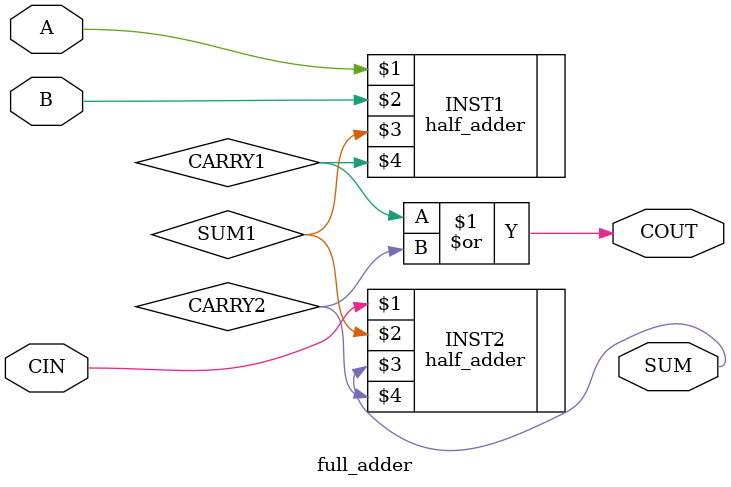
<source format=v>
`timescale 1ns / 1ps

module full_adder(
    input A,
    input B,
    input CIN,
    output SUM,
    output COUT
    );
    wire SUM1, CARRY1, CARRY2;
    half_adder INST1(A, B, SUM1, CARRY1);
    half_adder INST2(CIN, SUM1, SUM, CARRY2);
    assign COUT = CARRY1 | CARRY2;
      
endmodule

</source>
